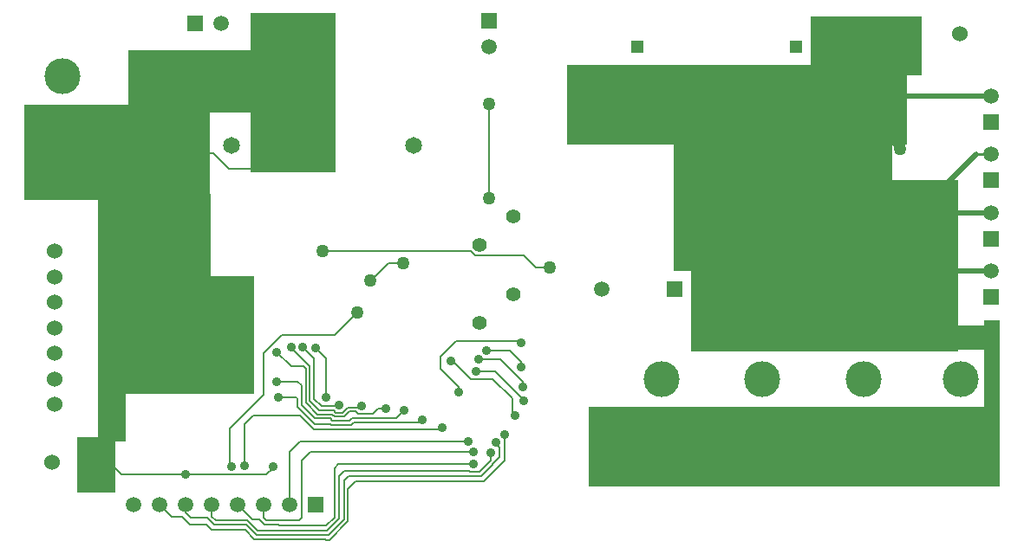
<source format=gbl>
%FSTAX23Y23*%
%MOIN*%
%SFA1B1*%

%IPPOS*%
%ADD13C,0.007870*%
%ADD15C,0.010000*%
%ADD25R,0.059060X0.059060*%
%ADD60C,0.019680*%
%ADD69C,0.060000*%
%ADD70C,0.064960*%
%ADD71C,0.059060*%
%ADD72R,0.059060X0.059060*%
%ADD73C,0.055120*%
%ADD74C,0.047240*%
%ADD75R,0.047240X0.047240*%
%ADD76C,0.137800*%
%ADD77C,0.050000*%
%ADD78C,0.035430*%
%ADD79R,0.505000X0.240000*%
%ADD80R,0.327770X0.615000*%
%ADD81R,0.340000X0.350000*%
%ADD82R,0.555000X0.455000*%
%ADD83R,1.580000X0.305000*%
%ADD84R,0.060000X0.593240*%
%ADD85R,0.205000X0.095000*%
%ADD86R,1.025000X0.660000*%
%ADD87R,0.840000X0.510000*%
%ADD88R,0.425000X0.225000*%
%ADD89R,1.310000X0.310000*%
%ADD90R,0.110000X0.940000*%
%ADD91R,0.145000X0.215000*%
%ADD92R,0.715000X0.365000*%
%LNpowerboard-1*%
%LPD*%
G54D13*
X04Y0433D02*
X04295D01*
X0439Y04235*
X044*
X02375Y03735D02*
X02435Y03795D01*
X0249*
X02935Y03495D02*
X0294Y0349D01*
X02695Y03495D02*
X02935D01*
X02635Y03435D02*
X02695Y03495D01*
X02635Y0339D02*
Y03435D01*
Y0339D02*
X02705Y0332D01*
Y033D02*
Y0332D01*
X0118Y04219D02*
X01195D01*
X0137Y04045*
Y0302D02*
Y04045D01*
Y0302D02*
X01408Y02981D01*
X01655*
X01965D02*
X0199Y03006D01*
X01655Y02981D02*
X01965D01*
X01825Y03015D02*
Y0316D01*
X01955Y0329*
Y0345*
X02025Y0352*
X02228*
X02315Y03606*
X01555Y02865D02*
X016Y0282D01*
X0164*
X0167Y0279*
X01675Y02815D02*
X01737D01*
X01655Y02835D02*
X01675Y02815D01*
X01655Y02835D02*
Y02865D01*
X0167Y0279D02*
X01735D01*
X01755Y0277*
X01883*
X01919Y02733*
X02191*
X02195Y0273*
X02208*
X02279Y02801*
X02263Y02808D02*
Y02958D01*
X02245Y02812D02*
Y02975D01*
X02197Y02765D02*
X02245Y02812D01*
X01932Y02765D02*
X02197D01*
X02226Y02816D02*
Y03006D01*
X02195Y02785D02*
X02226Y02816D01*
X02015Y02785D02*
X02195D01*
X02205Y02749D02*
X02263Y02808D01*
X01926Y02749D02*
X02205D01*
X02279Y02801D02*
Y02926D01*
X02308Y02955*
X02801*
X02881Y03035*
Y03136*
X02835Y03023D02*
X0286Y03047D01*
X02826Y03036D02*
Y03066D01*
X02783Y02993D02*
X02826Y03036D01*
X02835Y0302D02*
Y03023D01*
X01737Y02815D02*
X01763Y02789D01*
X01886*
X01926Y02749*
X02263Y02958D02*
X0228Y02975D01*
X0279*
X02835Y0302*
X0286Y03047D02*
Y03085D01*
X02133Y03068D02*
X02761D01*
X02846Y03098D02*
X0286Y03085D01*
X02846Y03098D02*
Y03105D01*
X01755Y0282D02*
Y02865D01*
Y0282D02*
X0177Y02805D01*
X01892*
X01932Y02765*
X02245Y02975D02*
X02265Y02995D01*
X02747*
X02749Y02993*
X02783*
X01855Y02865D02*
X0191Y0281D01*
X01937*
X01958Y02789*
X0201*
X02015Y02785*
X02226Y03006D02*
X02242Y03023D01*
X02761*
X021Y02815D02*
Y03035D01*
X02133Y03068*
X01955Y02815D02*
Y02865D01*
Y02815D02*
X01965Y02805D01*
X0209*
X021Y02815*
X02055Y02865D02*
Y0307D01*
X02095Y0311*
X0274*
X0291Y03225D02*
X0292Y03215D01*
X0291Y03225D02*
Y03275D01*
X02835Y03349D02*
X0291Y03275D01*
X0275Y03349D02*
X02835D01*
X02682Y03417D02*
X0275Y03349D01*
X02675Y03417D02*
X02682D01*
X02945Y03258D02*
Y0328D01*
X02845Y0338D02*
X02945Y0328D01*
X02772Y0338D02*
X02845D01*
X0295Y0333D02*
Y0334D01*
X02865Y03425D02*
X0295Y0334D01*
X0278Y03425D02*
X02865D01*
X02945Y03405D02*
Y03415D01*
X029Y0346D02*
X02945Y03415D01*
X0281Y0346D02*
X029D01*
X0282Y04045D02*
Y0441D01*
X03Y0378D02*
X03055D01*
X02954Y03825D02*
X03Y0378D01*
X02768Y03825D02*
X02954D01*
X02751Y03843D02*
X02768Y03825D01*
X0218Y03843D02*
X02751D01*
X02074Y0416D02*
X02084Y0417D01*
X0182Y0416D02*
X02074D01*
X0176Y04219D02*
X0182Y0416D01*
X01614Y04219D02*
X0176D01*
X02148Y03155D02*
X02635D01*
X02093Y0321D02*
X02148Y03155D01*
X01915Y0321D02*
X02093D01*
X0188Y03175D02*
X01915Y0321D01*
X0188Y03015D02*
Y03175D01*
X02301Y03183D02*
X02563D01*
X0229Y03173D02*
X02301Y03183D01*
X02213Y03173D02*
X0229D01*
X02211Y03175D02*
X02213Y03173D01*
X02152Y03175D02*
X02211D01*
X02226Y03204D02*
X02263D01*
X02217Y03213D02*
X02226Y03204D01*
X02161Y03213D02*
X02217D01*
X02169Y03229D02*
X02223D01*
X02232Y0322*
X02257*
X02276Y0324*
X0221Y03197D02*
X02219Y03188D01*
X02283*
X02148Y03273D02*
X02176Y03245D01*
X02235*
X02085Y03242D02*
X02152Y03175D01*
X021Y03249D02*
Y03324D01*
X02116Y03258D02*
X02161Y03213D01*
X02116Y03258D02*
Y03388D01*
X02132Y03266D02*
Y03397D01*
Y03266D02*
X02169Y03229D01*
X02148Y03273D02*
Y0343D01*
X02085Y03242D02*
Y03274D01*
X02079Y0328D02*
X02085Y03274D01*
X0201Y0328D02*
X02079D01*
X02465Y032D02*
X02485Y0322D01*
X02382Y032D02*
X02465D01*
X02381Y03199D02*
X02382Y032D01*
X02311Y03199D02*
X02381D01*
X0231Y032D02*
X02311Y03199D01*
X02295Y032D02*
X0231D01*
X02283Y03224D02*
X02308D01*
X02317Y03215*
X02375*
X02283Y03188D02*
X02295Y032D01*
X02152Y03197D02*
X0221D01*
X021Y03249D02*
X02152Y03197D01*
X0206Y0347D02*
X02132Y03397D01*
X02195Y0328D02*
Y0343D01*
X02084Y0334D02*
X021Y03324D01*
X02005Y0334D02*
X02084D01*
X02395Y03235D02*
X02415D01*
X02375Y03215D02*
X02395Y03235D01*
X02263Y03204D02*
X02283Y03224D01*
X02276Y0324D02*
X0232D01*
X02107Y03397D02*
X02116Y03388D01*
X0206Y03397D02*
X02107D01*
X02005Y03453D02*
X0206Y03397D01*
X0206Y0347D02*
Y03473D01*
X02105D02*
X02148Y0343D01*
X02155Y0347D02*
X02195Y0343D01*
G54D15*
X04695Y04215D02*
X0475D01*
G54D25*
X0475Y0434D03*
Y04115D03*
Y0389D03*
Y03665D03*
X0282Y0473D03*
G54D60*
X045Y03765D02*
X0475D01*
X04555Y0399D02*
X0475D01*
X04575Y04095D02*
X04695Y04215D01*
X04365Y0444D02*
X0475D01*
G54D69*
X0114Y03028D03*
X0463Y0468D03*
X0115Y03645D03*
Y03743D03*
Y03251D03*
Y03349D03*
Y03546D03*
Y03448D03*
Y03841D03*
G54D70*
X0253Y0425D03*
X0183D03*
G54D71*
X0179Y0472D03*
X0475Y0444D03*
Y04215D03*
Y0399D03*
Y03765D03*
X0282Y0463D03*
X03255Y03695D03*
X02055Y02865D03*
X01955D03*
X01855D03*
X01755D03*
X01655D03*
X01555D03*
X01455D03*
G54D72*
X0169Y0472D03*
X03534Y03695D03*
X02155Y02865D03*
G54D73*
X02915Y03675D03*
Y03975D03*
X02785Y03865D03*
Y03565D03*
G54D74*
X04Y0433D03*
X0339D03*
G54D75*
X04Y0463D03*
X0339D03*
G54D76*
X0118Y04515D03*
Y04219D03*
X04635Y03055D03*
Y0335D03*
X0387Y03054D03*
Y03349D03*
X0426Y03054D03*
Y03349D03*
X03485Y03054D03*
Y0335D03*
G54D77*
X044Y04235D03*
X02365Y0373D03*
X0249Y03795D03*
X02315Y03606D03*
X0282Y04045D03*
Y0441D03*
X03055Y0378D03*
X0218Y03843D03*
X02084Y0418D03*
X01614Y04219D03*
G54D78*
X02955Y03266D03*
X02945Y0349D03*
X02705Y033D03*
X01992Y03013D03*
X01655Y02981D03*
X0183Y03011D03*
X02826Y03066D03*
X02761Y03068D03*
X02881Y03136D03*
X02846Y03105D03*
X02761Y03023D03*
X0274Y0311D03*
X0292Y0321D03*
X0295Y0332D03*
X02945Y03395D03*
X0278Y03425D03*
X02772Y0338D03*
X0281Y0346D03*
X0264Y03161D03*
X0188Y03015D03*
X02675Y03417D03*
X02565Y03191D03*
X02495Y0323D03*
X0233Y03245D03*
X02195Y0328D03*
X02425Y03235D03*
X02245Y0325D03*
X0201Y0328D03*
X02005Y0334D03*
Y03453D03*
X0206Y03473D03*
X02105D03*
X02155Y0347D03*
G54D79*
X01687Y04495D03*
G54D80*
X02068Y04452D03*
G54D81*
X0158Y0389D03*
G54D82*
X01642Y03517D03*
G54D83*
X03995Y03087D03*
G54D84*
X04755Y03278D03*
G54D85*
X04677Y03507D03*
G54D86*
X04112Y03785D03*
G54D87*
X0395Y0402D03*
G54D88*
X04272Y04632D03*
G54D89*
X03775Y04405D03*
G54D90*
X0137Y0358D03*
G54D91*
X01312Y03017D03*
G54D92*
X01392Y04222D03*
M02*
</source>
